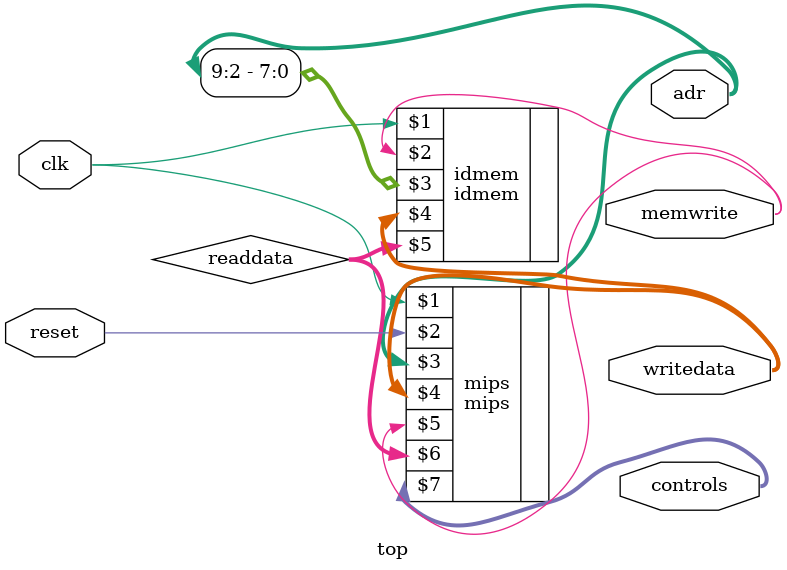
<source format=v>
`timescale 1ns / 1ps

module top(
    input wire clk, reset,
    output wire [31:0] writedata, adr,
    output wire memwrite,
    output wire [14:0]controls
    );
    wire [31:0] readdata;
    // instantiate processor and memory
    mips mips(clk, reset, adr, writedata, memwrite,readdata,controls);
    idmem idmem(clk, memwrite, adr[9:2], writedata,readdata);
endmodule


</source>
